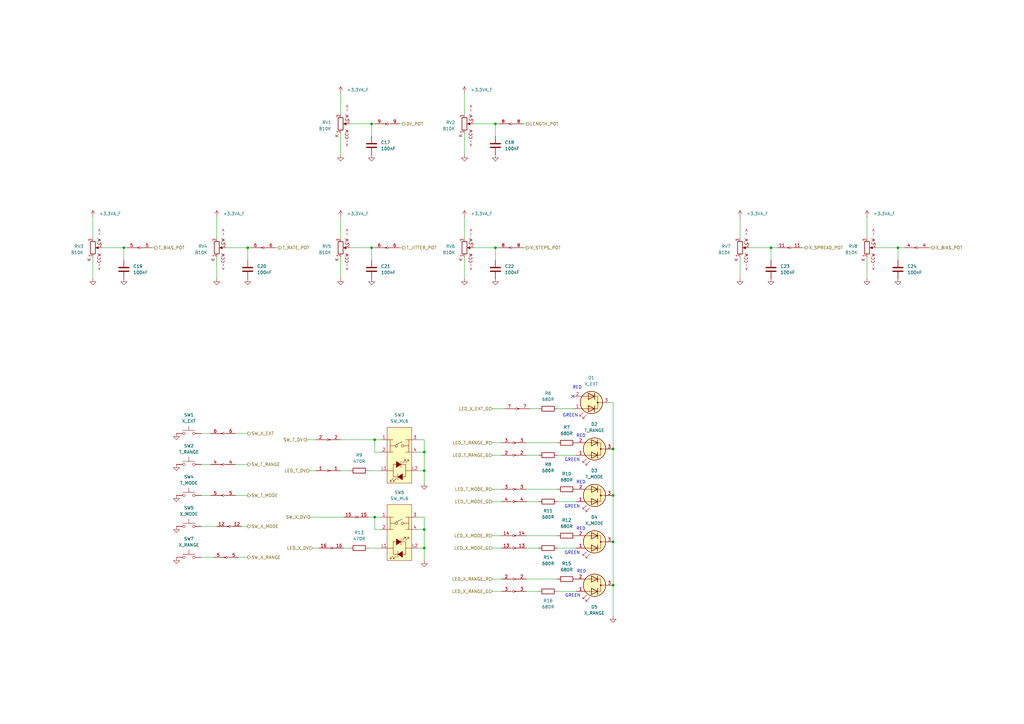
<source format=kicad_sch>
(kicad_sch (version 20250114) (generator "eeschema") (generator_version "9.0")
  (paper "A3")
  (lib_symbols
    (symbol "Device:C" (pin_numbers (hide yes)) (pin_names (offset 0.254))
      (property "Reference" "C" (at 0.635 2.54 0))
      (property "Value" "C" (at 0.635 -2.54 0))
      (symbol "C_1_1"
        (pin passive line (at 0 3.81 270) (length 2.794) (name "~") (number "1"))
        (pin passive line (at 0 -3.81 90) (length 2.794) (name "~") (number "2"))
      )
    )
    (symbol "Device:LED_Dual_AAK" (pin_names (offset 0) (hide yes))
      (property "Reference" "D" (at 0 5.715 0))
      (property "Value" "LED_Dual_AAK" (at 0 -6.35 0))
      (symbol "LED_Dual_AAK_1_1"
        (pin input line (at -7.62 0 0) (length 3.048) (name "K") (number "3"))
        (pin input line (at 7.62 2.54 180) (length 3.81) (name "A1") (number "1"))
        (pin input line (at 7.62 -2.54 180) (length 3.81) (name "A2") (number "2"))
      )
    )
    (symbol "Device:R" (pin_numbers (hide yes)) (pin_names (offset 0))
      (property "Reference" "R" (at 2.032 0 90))
      (property "Value" "R" (at 0 0 90))
      (symbol "R_1_1"
        (pin passive line (at 0 3.81 270) (length 1.27) (name "~") (number "1"))
        (pin passive line (at 0 -3.81 90) (length 1.27) (name "~") (number "2"))
      )
    )
    (symbol "Switch:SW_Push" (pin_numbers (hide yes)) (pin_names (offset 1.016) (hide yes))
      (property "Reference" "SW" (at 1.27 2.54 0))
      (property "Value" "SW_Push" (at 0 -1.524 0))
      (symbol "SW_Push_0_1"
        (pin passive line (at -5.08 0 0) (length 2.54) (name "1") (number "1"))
        (pin passive line (at 5.08 0 180) (length 2.54) (name "2") (number "2"))
      )
    )
    (symbol "power:+3.3VA" (power) (pin_numbers (hide yes)) (pin_names (offset 0) (hide yes))
      (property "Value" "+3.3VA" (at 0 3.556 0))
      (symbol "+3.3VA_1_1"
        (pin power_in line (at 0 0 90) (length 0) (name "~") (number "1"))
      )
    )
    (symbol "power:GND" (power) (pin_numbers (hide yes)) (pin_names (offset 0) (hide yes))
      (property "Value" "GND" (at 0 -3.81 0))
      (symbol "GND_1_1"
        (pin power_in line (at 0 0 270) (length 0) (name "~") (number "1"))
      )
    )
    (symbol "synth:Conn_01x16_Pin" (pin_names (offset 1.016) (hide yes))
      (property "Reference" "XP" (at 0 2.54 0))
      (property "Value" "Conn_01x16_Pin" (at 0 -2.54 0))
      (symbol "Conn_01x16_Pin_1_1"
        (pin passive line (at 5.08 0 180) (length 3.81) (name "Pin_1") (number "1"))
      )
      (symbol "Conn_01x16_Pin_2_1"
        (pin passive line (at 5.08 0 180) (length 3.81) (name "Pin_2") (number "2"))
      )
      (symbol "Conn_01x16_Pin_3_1"
        (pin passive line (at 5.08 0 180) (length 3.81) (name "Pin_3") (number "3"))
      )
      (symbol "Conn_01x16_Pin_4_1"
        (pin passive line (at 5.08 0 180) (length 3.81) (name "Pin_4") (number "4"))
      )
      (symbol "Conn_01x16_Pin_5_1"
        (pin passive line (at 5.08 0 180) (length 3.81) (name "Pin_5") (number "5"))
      )
      (symbol "Conn_01x16_Pin_6_1"
        (pin passive line (at 5.08 0 180) (length 3.81) (name "Pin_6") (number "6"))
      )
      (symbol "Conn_01x16_Pin_7_1"
        (pin passive line (at 5.08 0 180) (length 3.81) (name "Pin_7") (number "7"))
      )
      (symbol "Conn_01x16_Pin_8_1"
        (pin passive line (at 5.08 0 180) (length 3.81) (name "Pin_8") (number "8"))
      )
      (symbol "Conn_01x16_Pin_9_1"
        (pin passive line (at 5.08 0 180) (length 3.81) (name "Pin_9") (number "9"))
      )
      (symbol "Conn_01x16_Pin_10_1"
        (pin passive line (at 5.08 0 180) (length 3.81) (name "Pin_10") (number "10"))
      )
      (symbol "Conn_01x16_Pin_11_1"
        (pin passive line (at 5.08 0 180) (length 3.81) (name "Pin_11") (number "11"))
      )
      (symbol "Conn_01x16_Pin_12_1"
        (pin passive line (at 5.08 0 180) (length 3.81) (name "Pin_12") (number "12"))
      )
      (symbol "Conn_01x16_Pin_13_1"
        (pin passive line (at 5.08 0 180) (length 3.81) (name "Pin_13") (number "13"))
      )
      (symbol "Conn_01x16_Pin_14_1"
        (pin passive line (at 5.08 0 180) (length 3.81) (name "Pin_14") (number "14"))
      )
      (symbol "Conn_01x16_Pin_15_1"
        (pin passive line (at 5.08 0 180) (length 3.81) (name "Pin_15") (number "15"))
      )
      (symbol "Conn_01x16_Pin_16_1"
        (pin passive line (at 5.08 0 180) (length 3.81) (name "Pin_16") (number "16"))
      )
    )
    (symbol "synth:Conn_01x16_Socket" (pin_names (offset 1.016) (hide yes))
      (property "Reference" "XP" (at 0 2.54 0))
      (property "Value" "Conn_01x16_Socket" (at 0 -2.54 0))
      (symbol "Conn_01x16_Socket_1_1"
        (pin passive line (at -5.08 0 0) (length 3.81) (name "Pin_1") (number "1"))
      )
      (symbol "Conn_01x16_Socket_2_1"
        (pin passive line (at -5.08 0 0) (length 3.81) (name "Pin_2") (number "2"))
      )
      (symbol "Conn_01x16_Socket_3_1"
        (pin passive line (at -5.08 0 0) (length 3.81) (name "Pin_3") (number "3"))
      )
      (symbol "Conn_01x16_Socket_4_1"
        (pin passive line (at -5.08 0 0) (length 3.81) (name "Pin_4") (number "4"))
      )
      (symbol "Conn_01x16_Socket_5_1"
        (pin passive line (at -5.08 0 0) (length 3.81) (name "Pin_5") (number "5"))
      )
      (symbol "Conn_01x16_Socket_6_1"
        (pin passive line (at -5.08 0 0) (length 3.81) (name "Pin_6") (number "6"))
      )
      (symbol "Conn_01x16_Socket_7_1"
        (pin passive line (at -5.08 0 0) (length 3.81) (name "Pin_7") (number "7"))
      )
      (symbol "Conn_01x16_Socket_8_1"
        (pin passive line (at -5.08 0 0) (length 3.81) (name "Pin_8") (number "8"))
      )
      (symbol "Conn_01x16_Socket_9_1"
        (pin passive line (at -5.08 0 0) (length 3.81) (name "Pin_9") (number "9"))
      )
      (symbol "Conn_01x16_Socket_10_1"
        (pin passive line (at -5.08 0 0) (length 3.81) (name "Pin_10") (number "10"))
      )
      (symbol "Conn_01x16_Socket_11_1"
        (pin passive line (at -5.08 0 0) (length 3.81) (name "Pin_11") (number "11"))
      )
      (symbol "Conn_01x16_Socket_12_1"
        (pin passive line (at -5.08 0 0) (length 3.81) (name "Pin_12") (number "12"))
      )
      (symbol "Conn_01x16_Socket_13_1"
        (pin passive line (at -5.08 0 0) (length 3.81) (name "Pin_13") (number "13"))
      )
      (symbol "Conn_01x16_Socket_14_1"
        (pin passive line (at -5.08 0 0) (length 3.81) (name "Pin_14") (number "14"))
      )
      (symbol "Conn_01x16_Socket_15_1"
        (pin passive line (at -5.08 0 0) (length 3.81) (name "Pin_15") (number "15"))
      )
      (symbol "Conn_01x16_Socket_16_1"
        (pin passive line (at -5.08 0 0) (length 3.81) (name "Pin_16") (number "16"))
      )
    )
    (symbol "synth:R_Potentiometer (P0915N)" (pin_names (offset 1.016) (hide yes))
      (property "Reference" "RV" (at 0 6.604 0))
      (property "Value" "R_Potentiometer" (at 0 4.318 0))
      (symbol "R_Potentiometer (P0915N)_1_1"
        (text "<-CCW" (at -5.842 -2.54 0) (effects (font (size 1.27 1.27))))
        (text "K" (at -4.826 1.524 0) (effects (font (size 1.27 1.27))))
        (text "CW ->" (at 4.572 -2.54 0) (effects (font (size 1.27 1.27))))
        (pin passive line (at -3.81 0 0) (length 1.27) (name "1") (number "1"))
        (pin passive line (at 0 -3.81 90) (length 1.27) (name "2") (number "2"))
        (pin passive line (at 3.81 0 180) (length 1.27) (name "3") (number "3"))
      )
    )
    (symbol "synth:SW_ML6" (pin_names (offset 1.016) (hide yes))
      (property "Reference" "SW" (at 0 16.256 0))
      (property "Value" "SW_ML6" (at 0 -8.89 0))
      (symbol "SW_ML6_0_1"
        (pin passive line (at -7.62 10.16 0) (length 2.54) (name "1") (number "1"))
        (pin passive line (at 7.62 5.08 180) (length 2.54) (name "A") (number "4"))
      )
      (symbol "SW_ML6_1_1"
        (pin passive line (at -7.62 5.08 0) (length 2.54) (name "2") (number "2"))
        (pin passive line (at -7.62 -2.54 0) (length 2.54) (name "L1") (number "L1"))
        (pin passive line (at 7.62 10.16 180) (length 2.54) (name "3") (number "3"))
        (pin passive line (at 7.62 -2.54 180) (length 2.54) (name "L2") (number "L2"))
      )
    )
  )
  (text "GREEN" (at 234.95 244.348 0) (effects (font (size 1.27 1.27))))
  (text "RED" (at 238.252 178.816 0) (effects (font (size 1.27 1.27))))
  (text "RED" (at 238.252 216.916 0) (effects (font (size 1.27 1.27))))
  (text "GREEN" (at 234.696 188.722 0) (effects (font (size 1.27 1.27))))
  (text "RED" (at 236.728 159.004 0) (effects (font (size 1.27 1.27))))
  (text "RED" (at 238.252 197.866 0) (effects (font (size 1.27 1.27))))
  (text "GREEN" (at 234.696 226.822 0) (effects (font (size 1.27 1.27))))
  (text "RED" (at 238.506 234.442 0) (effects (font (size 1.27 1.27))))
  (text "GREEN" (at 233.934 170.434 0) (effects (font (size 1.27 1.27))))
  (text "GREEN" (at 234.696 207.772 0) (effects (font (size 1.27 1.27))))
  (junction (at 173.99 185.42))
  (junction (at 152.4 50.8))
  (junction (at 251.46 203.2))
  (junction (at 203.2 50.8))
  (junction (at 316.23 101.6))
  (junction (at 251.46 222.25))
  (junction (at 50.8 101.6))
  (junction (at 173.99 193.04))
  (junction (at 251.46 184.15))
  (junction (at 152.4 101.6))
  (junction (at 368.3 101.6))
  (junction (at 251.46 240.03))
  (junction (at 153.67 180.34))
  (junction (at 203.2 101.6))
  (junction (at 173.99 224.79))
  (junction (at 101.6 101.6))
  (junction (at 173.99 217.17))
  (junction (at 153.67 212.09))
  (no_connect (at 234.95 162.56))
  (wire (pts (xy 151.13 193.04) (xy 156.21 193.04)))
  (wire (pts (xy 228.6 167.64) (xy 234.95 167.64)))
  (wire (pts (xy 153.67 185.42) (xy 153.67 180.34)))
  (wire (pts (xy 128.27 224.79) (xy 130.81 224.79)))
  (wire (pts (xy 151.13 212.09) (xy 153.67 212.09)))
  (wire (pts (xy 52.07 101.6) (xy 50.8 101.6)))
  (wire (pts (xy 215.9 186.69) (xy 220.98 186.69)))
  (wire (pts (xy 368.3 101.6) (xy 368.3 106.68)))
  (wire (pts (xy 303.53 114.3) (xy 303.53 105.41)))
  (wire (pts (xy 215.9 242.57) (xy 220.98 242.57)))
  (wire (pts (xy 190.5 114.3) (xy 190.5 105.41)))
  (wire (pts (xy 171.45 193.04) (xy 173.99 193.04)))
  (wire (pts (xy 201.93 205.74) (xy 205.74 205.74)))
  (wire (pts (xy 88.9 88.9) (xy 88.9 97.79)))
  (wire (pts (xy 101.6 177.8) (xy 96.52 177.8)))
  (wire (pts (xy 190.5 88.9) (xy 190.5 97.79)))
  (wire (pts (xy 173.99 193.04) (xy 173.99 185.42)))
  (wire (pts (xy 201.93 167.64) (xy 207.01 167.64)))
  (wire (pts (xy 87.63 228.6) (xy 82.55 228.6)))
  (wire (pts (xy 355.6 88.9) (xy 355.6 97.79)))
  (wire (pts (xy 307.34 101.6) (xy 316.23 101.6)))
  (wire (pts (xy 173.99 229.87) (xy 173.99 224.79)))
  (wire (pts (xy 204.47 101.6) (xy 203.2 101.6)))
  (wire (pts (xy 86.36 203.2) (xy 82.55 203.2)))
  (wire (pts (xy 152.4 50.8) (xy 152.4 55.88)))
  (wire (pts (xy 127 193.04) (xy 129.54 193.04)))
  (wire (pts (xy 173.99 212.09) (xy 171.45 212.09)))
  (wire (pts (xy 173.99 198.12) (xy 173.99 193.04)))
  (wire (pts (xy 125.73 180.34) (xy 129.54 180.34)))
  (wire (pts (xy 217.17 167.64) (xy 220.98 167.64)))
  (wire (pts (xy 139.7 88.9) (xy 139.7 97.79)))
  (wire (pts (xy 251.46 252.73) (xy 251.46 240.03)))
  (wire (pts (xy 140.97 224.79) (xy 143.51 224.79)))
  (wire (pts (xy 251.46 222.25) (xy 251.46 240.03)))
  (wire (pts (xy 201.93 237.49) (xy 205.74 237.49)))
  (wire (pts (xy 173.99 224.79) (xy 173.99 217.17)))
  (wire (pts (xy 228.6 186.69) (xy 236.22 186.69)))
  (wire (pts (xy 101.6 101.6) (xy 101.6 106.68)))
  (wire (pts (xy 153.67 101.6) (xy 152.4 101.6)))
  (wire (pts (xy 215.9 205.74) (xy 220.98 205.74)))
  (wire (pts (xy 215.9 219.71) (xy 228.6 219.71)))
  (wire (pts (xy 250.19 165.1) (xy 251.46 165.1)))
  (wire (pts (xy 153.67 212.09) (xy 156.21 212.09)))
  (wire (pts (xy 359.41 101.6) (xy 368.3 101.6)))
  (wire (pts (xy 173.99 217.17) (xy 173.99 212.09)))
  (wire (pts (xy 101.6 203.2) (xy 96.52 203.2)))
  (wire (pts (xy 171.45 217.17) (xy 173.99 217.17)))
  (wire (pts (xy 139.7 114.3) (xy 139.7 105.41)))
  (wire (pts (xy 201.93 181.61) (xy 205.74 181.61)))
  (wire (pts (xy 63.5 101.6) (xy 62.23 101.6)))
  (wire (pts (xy 38.1 88.9) (xy 38.1 97.79)))
  (wire (pts (xy 228.6 224.79) (xy 236.22 224.79)))
  (wire (pts (xy 86.36 190.5) (xy 82.55 190.5)))
  (wire (pts (xy 330.2 101.6) (xy 328.93 101.6)))
  (wire (pts (xy 201.93 242.57) (xy 205.74 242.57)))
  (wire (pts (xy 143.51 50.8) (xy 152.4 50.8)))
  (wire (pts (xy 251.46 165.1) (xy 251.46 184.15)))
  (wire (pts (xy 139.7 193.04) (xy 143.51 193.04)))
  (wire (pts (xy 153.67 217.17) (xy 153.67 212.09)))
  (wire (pts (xy 201.93 224.79) (xy 205.74 224.79)))
  (wire (pts (xy 171.45 185.42) (xy 173.99 185.42)))
  (wire (pts (xy 201.93 186.69) (xy 205.74 186.69)))
  (wire (pts (xy 101.6 190.5) (xy 96.52 190.5)))
  (wire (pts (xy 165.1 50.8) (xy 163.83 50.8)))
  (wire (pts (xy 152.4 101.6) (xy 152.4 106.68)))
  (wire (pts (xy 50.8 101.6) (xy 50.8 106.68)))
  (wire (pts (xy 215.9 50.8) (xy 214.63 50.8)))
  (wire (pts (xy 86.36 177.8) (xy 82.55 177.8)))
  (wire (pts (xy 215.9 224.79) (xy 220.98 224.79)))
  (wire (pts (xy 102.87 101.6) (xy 101.6 101.6)))
  (wire (pts (xy 190.5 63.5) (xy 190.5 54.61)))
  (wire (pts (xy 165.1 101.6) (xy 163.83 101.6)))
  (wire (pts (xy 190.5 38.1) (xy 190.5 46.99)))
  (wire (pts (xy 194.31 101.6) (xy 203.2 101.6)))
  (wire (pts (xy 88.9 114.3) (xy 88.9 105.41)))
  (wire (pts (xy 156.21 185.42) (xy 153.67 185.42)))
  (wire (pts (xy 151.13 224.79) (xy 156.21 224.79)))
  (wire (pts (xy 101.6 215.9) (xy 99.06 215.9)))
  (wire (pts (xy 139.7 180.34) (xy 153.67 180.34)))
  (wire (pts (xy 127 212.09) (xy 140.97 212.09)))
  (wire (pts (xy 38.1 114.3) (xy 38.1 105.41)))
  (wire (pts (xy 228.6 242.57) (xy 236.22 242.57)))
  (wire (pts (xy 201.93 219.71) (xy 205.74 219.71)))
  (wire (pts (xy 173.99 180.34) (xy 171.45 180.34)))
  (wire (pts (xy 156.21 217.17) (xy 153.67 217.17)))
  (wire (pts (xy 41.91 101.6) (xy 50.8 101.6)))
  (wire (pts (xy 355.6 114.3) (xy 355.6 105.41)))
  (wire (pts (xy 215.9 237.49) (xy 228.6 237.49)))
  (wire (pts (xy 114.3 101.6) (xy 113.03 101.6)))
  (wire (pts (xy 101.6 228.6) (xy 97.79 228.6)))
  (wire (pts (xy 228.6 205.74) (xy 236.22 205.74)))
  (wire (pts (xy 215.9 181.61) (xy 228.6 181.61)))
  (wire (pts (xy 251.46 184.15) (xy 251.46 203.2)))
  (wire (pts (xy 143.51 101.6) (xy 152.4 101.6)))
  (wire (pts (xy 92.71 101.6) (xy 101.6 101.6)))
  (wire (pts (xy 370.84 101.6) (xy 368.3 101.6)))
  (wire (pts (xy 316.23 101.6) (xy 316.23 106.68)))
  (wire (pts (xy 204.47 50.8) (xy 203.2 50.8)))
  (wire (pts (xy 88.9 215.9) (xy 82.55 215.9)))
  (wire (pts (xy 382.27 101.6) (xy 381 101.6)))
  (wire (pts (xy 171.45 224.79) (xy 173.99 224.79)))
  (wire (pts (xy 139.7 63.5) (xy 139.7 54.61)))
  (wire (pts (xy 303.53 88.9) (xy 303.53 97.79)))
  (wire (pts (xy 139.7 38.1) (xy 139.7 46.99)))
  (wire (pts (xy 153.67 50.8) (xy 152.4 50.8)))
  (wire (pts (xy 201.93 200.66) (xy 205.74 200.66)))
  (wire (pts (xy 153.67 180.34) (xy 156.21 180.34)))
  (wire (pts (xy 194.31 50.8) (xy 203.2 50.8)))
  (wire (pts (xy 203.2 101.6) (xy 203.2 106.68)))
  (wire (pts (xy 318.77 101.6) (xy 316.23 101.6)))
  (wire (pts (xy 215.9 200.66) (xy 228.6 200.66)))
  (wire (pts (xy 203.2 50.8) (xy 203.2 55.88)))
  (wire (pts (xy 215.9 101.6) (xy 214.63 101.6)))
  (wire (pts (xy 173.99 185.42) (xy 173.99 180.34)))
  (wire (pts (xy 251.46 203.2) (xy 251.46 222.25)))
  (hierarchical_label "LED_X_RANGE_R" (shape input) (at 201.93 237.49 180))
  (hierarchical_label "LED_T_MODE_G" (shape input) (at 201.93 205.74 180))
  (hierarchical_label "X_STEPS_POT" (shape output) (at 215.9 101.6 0))
  (hierarchical_label "LENGTH_POT" (shape output) (at 215.9 50.8 0))
  (hierarchical_label "T_RATE_POT" (shape output) (at 114.3 101.6 0))
  (hierarchical_label "LED_T_MODE_R" (shape input) (at 201.93 200.66 180))
  (hierarchical_label "T_BIAS_POT" (shape output) (at 63.5 101.6 0))
  (hierarchical_label "LED_X_MODE_G" (shape input) (at 201.93 224.79 180))
  (hierarchical_label "SW_X_EXT" (shape output) (at 101.6 177.8 0))
  (hierarchical_label "LED_T_RANGE_R" (shape input) (at 201.93 181.61 180))
  (hierarchical_label "LED_X_DV" (shape input) (at 128.27 224.79 180))
  (hierarchical_label "LED_X_RANGE_G" (shape input) (at 201.93 242.57 180))
  (hierarchical_label "T_JITTER_POT" (shape output) (at 165.1 101.6 0))
  (hierarchical_label "X_BIAS_POT" (shape output) (at 382.27 101.6 0))
  (hierarchical_label "SW_T_RANGE" (shape output) (at 101.6 190.5 0))
  (hierarchical_label "SW_T_MODE" (shape output) (at 101.6 203.2 0))
  (hierarchical_label "SW_X_DV" (shape output) (at 127 212.09 180))
  (hierarchical_label "LED_T_DV" (shape input) (at 127 193.04 180))
  (hierarchical_label "LED_T_RANGE_G" (shape input) (at 201.93 186.69 180))
  (hierarchical_label "SW_X_MODE" (shape output) (at 101.6 215.9 0))
  (hierarchical_label "SW_T_DV" (shape output) (at 125.73 180.34 180))
  (hierarchical_label "DV_POT" (shape output) (at 165.1 50.8 0))
  (hierarchical_label "SW_X_RANGE" (shape output) (at 101.6 228.6 0))
  (hierarchical_label "X_SPREAD_POT" (shape output) (at 330.2 101.6 0))
  (hierarchical_label "LED_X_EXT_G" (shape input) (at 201.93 167.64 180))
  (hierarchical_label "LED_X_MODE_R" (shape input) (at 201.93 219.71 180))
  (symbol (lib_id "synth:R_Potentiometer (P0915N)") (at 190.5 50.8 90) (unit 1)
    (property "Reference" "RV2" (at 186.69 50.2405 90) (effects (justify left)))
    (property "Value" "B10K" (at 186.69 52.7805 90) (effects (justify left)))
    (property "Footprint" "Synth:Potentiometer_TT_P0915N" (effects (hide yes)))
    (property "Description" "Potentiometer" (effects (hide yes)))
  )
  (symbol (lib_id "power:GND") (at 190.5 114.3 0) (unit 1)
    (property "Reference" "#PWR0249" (effects (hide yes)))
    (property "Value" "GND" (effects (hide yes)))
    (property "Description" "Power symbol creates a global label with name \"GND\" , ground" (effects (hide yes)))
  )
  (symbol (lib_id "synth:Conn_01x16_Socket") (at 209.55 50.8 180) (unit 8)
    (property "Reference" "XP8" (effects (hide yes)))
    (property "Value" "Conn_01x16_Socket" (effects (hide yes)))
    (property "Footprint" "Connector_PinSocket_2.54mm:PinSocket_1x16_P2.54mm_Vertical" (effects (hide yes)))
    (property "Description" "Generic connector, single row, 01x01" (effects (hide yes)))
  )
  (symbol (lib_id "synth:Conn_01x16_Pin") (at 91.44 203.2 180) (unit 5)
    (property "Reference" "XP7" (effects (hide yes)))
    (property "Value" "Conn_01x16_Pin" (effects (hide yes)))
    (property "Footprint" "Connector_PinHeader_2.54mm:PinHeader_1x16_P2.54mm_Vertical" (effects (hide yes)))
    (property "Description" "Generic connector, single row, 01x16" (effects (hide yes)))
  )
  (symbol (lib_id "Device:LED_Dual_AAK") (at 243.84 203.2 180) (unit 1)
    (property "Reference" "D3" (at 243.7765 193.04 0))
    (property "Value" "T_MODE" (at 243.7765 195.58 0))
    (property "Footprint" "Synth:LED_D3.0mm-3_Dual" (effects (hide yes)))
    (property "Description" "Dual LED, common cathode on pin 3" (effects (hide yes)))
  )
  (symbol (lib_id "power:GND") (at 72.39 177.8 0) (unit 1)
    (property "Reference" "#PWR0246" (effects (hide yes)))
    (property "Value" "GND" (effects (hide yes)))
    (property "Description" "Power symbol creates a global label with name \"GND\" , ground" (effects (hide yes)))
  )
  (symbol (lib_id "power:GND") (at 152.4 114.3 0) (unit 1)
    (property "Reference" "#PWR0195" (effects (hide yes)))
    (property "Value" "GND" (effects (hide yes)))
    (property "Description" "Power symbol creates a global label with name \"GND\" , ground" (effects (hide yes)))
  )
  (symbol (lib_id "Device:C") (at 203.2 59.69 180) (unit 1)
    (property "Reference" "C18" (at 207.01 58.4199 0) (effects (justify right)))
    (property "Value" "100nF" (at 207.01 60.9599 0) (effects (justify right)))
    (property "Footprint" "Capacitor_SMD:C_0805_2012Metric_Pad1.18x1.45mm_HandSolder" (effects (hide yes)))
    (property "Description" "Unpolarized capacitor" (effects (hide yes)))
  )
  (symbol (lib_id "synth:Conn_01x16_Pin") (at 134.62 180.34 0) (unit 2)
    (property "Reference" "XP7" (effects (hide yes)))
    (property "Value" "Conn_01x16_Pin" (effects (hide yes)))
    (property "Footprint" "Connector_PinHeader_2.54mm:PinHeader_1x16_P2.54mm_Vertical" (effects (hide yes)))
    (property "Description" "Generic connector, single row, 01x16" (effects (hide yes)))
  )
  (symbol (lib_id "Switch:SW_Push") (at 77.47 177.8 0) (unit 1)
    (property "Reference" "SW1" (at 77.47 170.18 0))
    (property "Value" "X_EXT" (at 77.47 172.72 0))
    (property "Footprint" "Synth:SW_PUSH_6mm" (effects (hide yes)))
    (property "Description" "Push button switch, generic, two pins" (effects (hide yes)))
  )
  (symbol (lib_id "synth:Conn_01x16_Socket") (at 209.55 101.6 180) (unit 8)
    (property "Reference" "XP3" (effects (hide yes)))
    (property "Value" "Conn_01x16_Socket" (effects (hide yes)))
    (property "Footprint" "Connector_PinSocket_2.54mm:PinSocket_1x16_P2.54mm_Vertical" (effects (hide yes)))
    (property "Description" "Generic connector, single row, 01x01" (effects (hide yes)))
  )
  (symbol (lib_id "synth:Conn_01x16_Pin") (at 209.55 50.8 180) (unit 8)
    (property "Reference" "XP7" (effects (hide yes)))
    (property "Value" "Conn_01x16_Pin" (effects (hide yes)))
    (property "Footprint" "Connector_PinHeader_2.54mm:PinHeader_1x16_P2.54mm_Vertical" (effects (hide yes)))
    (property "Description" "Generic connector, single row, 01x16" (effects (hide yes)))
  )
  (symbol (lib_id "Device:R") (at 147.32 224.79 270) (unit 1)
    (property "Reference" "R13" (at 147.32 218.44 90))
    (property "Value" "470R" (at 147.32 220.98 90))
    (property "Footprint" "Resistor_SMD:R_0805_2012Metric_Pad1.20x1.40mm_HandSolder" (effects (hide yes)))
    (property "Description" "Resistor" (effects (hide yes)))
  )
  (symbol (lib_id "synth:Conn_01x16_Pin") (at 134.62 193.04 0) (unit 1)
    (property "Reference" "XP7" (effects (hide yes)))
    (property "Value" "Conn_01x16_Pin" (effects (hide yes)))
    (property "Footprint" "Connector_PinHeader_2.54mm:PinHeader_1x16_P2.54mm_Vertical" (effects (hide yes)))
    (property "Description" "Generic connector, single row, 01x16" (effects (hide yes)))
  )
  (symbol (lib_id "Device:R") (at 224.79 224.79 90) (unit 1)
    (property "Reference" "R14" (at 224.79 228.6 90))
    (property "Value" "680R" (at 224.79 231.14 90))
    (property "Footprint" "Resistor_SMD:R_0805_2012Metric_Pad1.20x1.40mm_HandSolder" (effects (hide yes)))
    (property "Description" "Resistor" (effects (hide yes)))
  )
  (symbol (lib_id "synth:Conn_01x16_Socket") (at 57.15 101.6 180) (unit 5)
    (property "Reference" "XP1" (effects (hide yes)))
    (property "Value" "Conn_01x16_Socket" (effects (hide yes)))
    (property "Footprint" "Connector_PinSocket_2.54mm:PinSocket_1x16_P2.54mm_Vertical" (effects (hide yes)))
    (property "Description" "Generic connector, single row, 01x01" (effects (hide yes)))
  )
  (symbol (lib_id "synth:R_Potentiometer (P0915N)") (at 38.1 101.6 90) (unit 1)
    (property "Reference" "RV3" (at 34.29 101.0405 90) (effects (justify left)))
    (property "Value" "B10K" (at 34.29 103.5805 90) (effects (justify left)))
    (property "Footprint" "Synth:Potentiometer_TT_P0915N" (effects (hide yes)))
    (property "Description" "Potentiometer" (effects (hide yes)))
  )
  (symbol (lib_id "synth:R_Potentiometer (P0915N)") (at 88.9 101.6 90) (unit 1)
    (property "Reference" "RV4" (at 85.09 101.0405 90) (effects (justify left)))
    (property "Value" "B10K" (at 85.09 103.5805 90) (effects (justify left)))
    (property "Footprint" "Synth:Potentiometer_TT_P0915N" (effects (hide yes)))
    (property "Description" "Potentiometer" (effects (hide yes)))
  )
  (symbol (lib_id "synth:R_Potentiometer (P0915N)") (at 355.6 101.6 90) (unit 1)
    (property "Reference" "RV8" (at 351.79 101.0405 90) (effects (justify left)))
    (property "Value" "B10K" (at 351.79 103.5805 90) (effects (justify left)))
    (property "Footprint" "Synth:Potentiometer_TT_P0915N" (effects (hide yes)))
    (property "Description" "Potentiometer" (effects (hide yes)))
  )
  (symbol (lib_id "synth:Conn_01x16_Socket") (at 323.85 101.6 180) (unit 11)
    (property "Reference" "XP8" (effects (hide yes)))
    (property "Value" "Conn_01x16_Socket" (effects (hide yes)))
    (property "Footprint" "Connector_PinSocket_2.54mm:PinSocket_1x16_P2.54mm_Vertical" (effects (hide yes)))
    (property "Description" "Generic connector, single row, 01x01" (effects (hide yes)))
  )
  (symbol (lib_id "synth:Conn_01x16_Pin") (at 210.82 219.71 0) (unit 14)
    (property "Reference" "XP7" (effects (hide yes)))
    (property "Value" "Conn_01x16_Pin" (effects (hide yes)))
    (property "Footprint" "Connector_PinHeader_2.54mm:PinHeader_1x16_P2.54mm_Vertical" (effects (hide yes)))
    (property "Description" "Generic connector, single row, 01x16" (effects (hide yes)))
  )
  (symbol (lib_id "synth:Conn_01x16_Socket") (at 375.92 101.6 180) (unit 4)
    (property "Reference" "XP3" (effects (hide yes)))
    (property "Value" "Conn_01x16_Socket" (effects (hide yes)))
    (property "Footprint" "Connector_PinSocket_2.54mm:PinSocket_1x16_P2.54mm_Vertical" (effects (hide yes)))
    (property "Description" "Generic connector, single row, 01x01" (effects (hide yes)))
  )
  (symbol (lib_id "synth:Conn_01x16_Pin") (at 212.09 167.64 0) (unit 7)
    (property "Reference" "XP4" (effects (hide yes)))
    (property "Value" "Conn_01x16_Pin" (effects (hide yes)))
    (property "Footprint" "Connector_PinHeader_2.54mm:PinHeader_1x16_P2.54mm_Vertical" (effects (hide yes)))
    (property "Description" "Generic connector, single row, 01x16" (effects (hide yes)))
  )
  (symbol (lib_id "Device:R") (at 232.41 200.66 90) (unit 1)
    (property "Reference" "R10" (at 232.41 194.31 90))
    (property "Value" "680R" (at 232.41 196.85 90))
    (property "Footprint" "Resistor_SMD:R_0805_2012Metric_Pad1.20x1.40mm_HandSolder" (effects (hide yes)))
    (property "Description" "Resistor" (effects (hide yes)))
  )
  (symbol (lib_id "Device:LED_Dual_AAK") (at 243.84 222.25 180) (unit 1)
    (property "Reference" "D4" (at 243.7765 212.09 0))
    (property "Value" "X_MODE" (at 243.7765 214.63 0))
    (property "Footprint" "Synth:LED_D3.0mm-3_Dual" (effects (hide yes)))
    (property "Description" "Dual LED, common cathode on pin 3" (effects (hide yes)))
  )
  (symbol (lib_id "synth:Conn_01x16_Socket") (at 210.82 181.61 0) (unit 3)
    (property "Reference" "XP1" (effects (hide yes)))
    (property "Value" "Conn_01x16_Socket" (effects (hide yes)))
    (property "Footprint" "Connector_PinSocket_2.54mm:PinSocket_1x16_P2.54mm_Vertical" (effects (hide yes)))
    (property "Description" "Generic connector, single row, 01x01" (effects (hide yes)))
  )
  (symbol (lib_id "Device:C") (at 203.2 110.49 180) (unit 1)
    (property "Reference" "C22" (at 207.01 109.2199 0) (effects (justify right)))
    (property "Value" "100nF" (at 207.01 111.7599 0) (effects (justify right)))
    (property "Footprint" "Capacitor_SMD:C_0805_2012Metric_Pad1.18x1.45mm_HandSolder" (effects (hide yes)))
    (property "Description" "Unpolarized capacitor" (effects (hide yes)))
  )
  (symbol (lib_id "Device:C") (at 316.23 110.49 180) (unit 1)
    (property "Reference" "C23" (at 320.04 109.2199 0) (effects (justify right)))
    (property "Value" "100nF" (at 320.04 111.7599 0) (effects (justify right)))
    (property "Footprint" "Capacitor_SMD:C_0805_2012Metric_Pad1.18x1.45mm_HandSolder" (effects (hide yes)))
    (property "Description" "Unpolarized capacitor" (effects (hide yes)))
  )
  (symbol (lib_id "Device:R") (at 232.41 237.49 90) (unit 1)
    (property "Reference" "R15" (at 232.41 231.14 90))
    (property "Value" "680R" (at 232.41 233.68 90))
    (property "Footprint" "Resistor_SMD:R_0805_2012Metric_Pad1.20x1.40mm_HandSolder" (effects (hide yes)))
    (property "Description" "Resistor" (effects (hide yes)))
  )
  (symbol (lib_id "power:GND") (at 355.6 114.3 0) (unit 1)
    (property "Reference" "#PWR0207" (effects (hide yes)))
    (property "Value" "GND" (effects (hide yes)))
    (property "Description" "Power symbol creates a global label with name \"GND\" , ground" (effects (hide yes)))
  )
  (symbol (lib_id "synth:Conn_01x16_Socket") (at 93.98 215.9 180) (unit 12)
    (property "Reference" "XP8" (effects (hide yes)))
    (property "Value" "Conn_01x16_Socket" (effects (hide yes)))
    (property "Footprint" "Connector_PinSocket_2.54mm:PinSocket_1x16_P2.54mm_Vertical" (effects (hide yes)))
    (property "Description" "Generic connector, single row, 01x01" (effects (hide yes)))
  )
  (symbol (lib_id "synth:Conn_01x16_Pin") (at 210.82 200.66 0) (unit 3)
    (property "Reference" "XP7" (effects (hide yes)))
    (property "Value" "Conn_01x16_Pin" (effects (hide yes)))
    (property "Footprint" "Connector_PinHeader_2.54mm:PinHeader_1x16_P2.54mm_Vertical" (effects (hide yes)))
    (property "Description" "Generic connector, single row, 01x16" (effects (hide yes)))
  )
  (symbol (lib_id "synth:Conn_01x16_Pin") (at 323.85 101.6 180) (unit 11)
    (property "Reference" "XP7" (effects (hide yes)))
    (property "Value" "Conn_01x16_Pin" (effects (hide yes)))
    (property "Footprint" "Connector_PinHeader_2.54mm:PinHeader_1x16_P2.54mm_Vertical" (effects (hide yes)))
    (property "Description" "Generic connector, single row, 01x16" (effects (hide yes)))
  )
  (symbol (lib_id "power:GND") (at 173.99 229.87 0) (unit 1)
    (property "Reference" "#PWR0211" (effects (hide yes)))
    (property "Value" "GND" (effects (hide yes)))
    (property "Description" "Power symbol creates a global label with name \"GND\" , ground" (effects (hide yes)))
  )
  (symbol (lib_id "Device:LED_Dual_AAK") (at 243.84 184.15 180) (unit 1)
    (property "Reference" "D2" (at 243.7765 173.99 0))
    (property "Value" "T_RANGE" (at 243.7765 176.53 0))
    (property "Footprint" "Synth:LED_D3.0mm-3_Dual_SM" (effects (hide yes)))
    (property "Description" "Dual LED, common cathode on pin 3" (effects (hide yes)))
  )
  (symbol (lib_id "synth:Conn_01x16_Socket") (at 91.44 190.5 180) (unit 4)
    (property "Reference" "XP1" (effects (hide yes)))
    (property "Value" "Conn_01x16_Socket" (effects (hide yes)))
    (property "Footprint" "Connector_PinSocket_2.54mm:PinSocket_1x16_P2.54mm_Vertical" (effects (hide yes)))
    (property "Description" "Generic connector, single row, 01x01" (effects (hide yes)))
  )
  (symbol (lib_id "Device:LED_Dual_AAK") (at 243.84 240.03 180) (unit 1)
    (property "Reference" "D5" (at 243.7765 248.92 0))
    (property "Value" "X_RANGE" (at 243.7765 251.46 0))
    (property "Footprint" "Synth:LED_D3.0mm-3_Dual_SM" (effects (hide yes)))
    (property "Description" "Dual LED, common cathode on pin 3" (effects (hide yes)))
  )
  (symbol (lib_id "power:GND") (at 38.1 114.3 0) (unit 1)
    (property "Reference" "#PWR0199" (effects (hide yes)))
    (property "Value" "GND" (effects (hide yes)))
    (property "Description" "Power symbol creates a global label with name \"GND\" , ground" (effects (hide yes)))
  )
  (symbol (lib_id "power:GND") (at 203.2 114.3 0) (unit 1)
    (property "Reference" "#PWR0250" (effects (hide yes)))
    (property "Value" "GND" (effects (hide yes)))
    (property "Description" "Power symbol creates a global label with name \"GND\" , ground" (effects (hide yes)))
  )
  (symbol (lib_id "power:GND") (at 303.53 114.3 0) (unit 1)
    (property "Reference" "#PWR0205" (effects (hide yes)))
    (property "Value" "GND" (effects (hide yes)))
    (property "Description" "Power symbol creates a global label with name \"GND\" , ground" (effects (hide yes)))
  )
  (symbol (lib_id "synth:Conn_01x16_Pin") (at 209.55 101.6 180) (unit 8)
    (property "Reference" "XP4" (effects (hide yes)))
    (property "Value" "Conn_01x16_Pin" (effects (hide yes)))
    (property "Footprint" "Connector_PinHeader_2.54mm:PinHeader_1x16_P2.54mm_Vertical" (effects (hide yes)))
    (property "Description" "Generic connector, single row, 01x16" (effects (hide yes)))
  )
  (symbol (lib_id "power:GND") (at 50.8 114.3 0) (unit 1)
    (property "Reference" "#PWR0200" (effects (hide yes)))
    (property "Value" "GND" (effects (hide yes)))
    (property "Description" "Power symbol creates a global label with name \"GND\" , ground" (effects (hide yes)))
  )
  (symbol (lib_id "synth:R_Potentiometer (P0915N)") (at 139.7 101.6 90) (unit 1)
    (property "Reference" "RV5" (at 135.89 101.0405 90) (effects (justify left)))
    (property "Value" "B10K" (at 135.89 103.5805 90) (effects (justify left)))
    (property "Footprint" "Synth:Potentiometer_TT_P0915N" (effects (hide yes)))
    (property "Description" "Potentiometer" (effects (hide yes)))
  )
  (symbol (lib_id "synth:Conn_01x16_Socket") (at 158.75 50.8 180) (unit 9)
    (property "Reference" "XP8" (effects (hide yes)))
    (property "Value" "Conn_01x16_Socket" (effects (hide yes)))
    (property "Footprint" "Connector_PinSocket_2.54mm:PinSocket_1x16_P2.54mm_Vertical" (effects (hide yes)))
    (property "Description" "Generic connector, single row, 01x01" (effects (hide yes)))
  )
  (symbol (lib_id "synth:Conn_01x16_Socket") (at 210.82 224.79 0) (unit 13)
    (property "Reference" "XP8" (effects (hide yes)))
    (property "Value" "Conn_01x16_Socket" (effects (hide yes)))
    (property "Footprint" "Connector_PinSocket_2.54mm:PinSocket_1x16_P2.54mm_Vertical" (effects (hide yes)))
    (property "Description" "Generic connector, single row, 01x01" (effects (hide yes)))
  )
  (symbol (lib_id "Switch:SW_Push") (at 77.47 215.9 0) (unit 1)
    (property "Reference" "SW5" (at 77.47 208.28 0))
    (property "Value" "X_MODE" (at 77.47 210.82 0))
    (property "Footprint" "Synth:SW_PUSH_6mm" (effects (hide yes)))
    (property "Description" "Push button switch, generic, two pins" (effects (hide yes)))
  )
  (symbol (lib_id "synth:R_Potentiometer (P0915N)") (at 190.5 101.6 90) (unit 1)
    (property "Reference" "RV6" (at 186.69 101.0405 90) (effects (justify left)))
    (property "Value" "B10K" (at 186.69 103.5805 90) (effects (justify left)))
    (property "Footprint" "Synth:Potentiometer_TT_P0915N" (effects (hide yes)))
    (property "Description" "Potentiometer" (effects (hide yes)))
  )
  (symbol (lib_id "power:+3.3VA") (at 303.53 88.9 0) (unit 1)
    (property "Reference" "#PWR058" (effects (hide yes)))
    (property "Value" "+3.3VA_F" (at 306.07 87.6299 0) (effects (justify left)))
    (property "Description" "Power symbol creates a global label with name \"+3.3VA\"" (effects (hide yes)))
  )
  (symbol (lib_id "power:GND") (at 190.5 63.5 0) (unit 1)
    (property "Reference" "#PWR0204" (effects (hide yes)))
    (property "Value" "GND" (effects (hide yes)))
    (property "Description" "Power symbol creates a global label with name \"GND\" , ground" (effects (hide yes)))
  )
  (symbol (lib_id "synth:Conn_01x16_Socket") (at 134.62 193.04 0) (unit 1)
    (property "Reference" "XP8" (effects (hide yes)))
    (property "Value" "Conn_01x16_Socket" (effects (hide yes)))
    (property "Footprint" "Connector_PinSocket_2.54mm:PinSocket_1x16_P2.54mm_Vertical" (effects (hide yes)))
    (property "Description" "Generic connector, single row, 01x01" (effects (hide yes)))
  )
  (symbol (lib_id "Device:C") (at 152.4 110.49 180) (unit 1)
    (property "Reference" "C21" (at 156.21 109.2199 0) (effects (justify right)))
    (property "Value" "100nF" (at 156.21 111.7599 0) (effects (justify right)))
    (property "Footprint" "Capacitor_SMD:C_0805_2012Metric_Pad1.18x1.45mm_HandSolder" (effects (hide yes)))
    (property "Description" "Unpolarized capacitor" (effects (hide yes)))
  )
  (symbol (lib_id "synth:R_Potentiometer (P0915N)") (at 139.7 50.8 90) (unit 1)
    (property "Reference" "RV1" (at 135.89 50.2405 90) (effects (justify left)))
    (property "Value" "B10K" (at 135.89 52.7805 90) (effects (justify left)))
    (property "Footprint" "Synth:Potentiometer_TT_P0915N" (effects (hide yes)))
    (property "Description" "Potentiometer" (effects (hide yes)))
  )
  (symbol (lib_id "synth:R_Potentiometer (P0915N)") (at 303.53 101.6 90) (unit 1)
    (property "Reference" "RV7" (at 299.72 101.0405 90) (effects (justify left)))
    (property "Value" "B10K" (at 299.72 103.5805 90) (effects (justify left)))
    (property "Footprint" "Synth:Potentiometer_TT_P0915N" (effects (hide yes)))
    (property "Description" "Potentiometer" (effects (hide yes)))
  )
  (symbol (lib_id "synth:Conn_01x16_Socket") (at 210.82 237.49 0) (unit 2)
    (property "Reference" "XP3" (effects (hide yes)))
    (property "Value" "Conn_01x16_Socket" (effects (hide yes)))
    (property "Footprint" "Connector_PinSocket_2.54mm:PinSocket_1x16_P2.54mm_Vertical" (effects (hide yes)))
    (property "Description" "Generic connector, single row, 01x01" (effects (hide yes)))
  )
  (symbol (lib_id "synth:Conn_01x16_Pin") (at 107.95 101.6 180) (unit 6)
    (property "Reference" "XP7" (effects (hide yes)))
    (property "Value" "Conn_01x16_Pin" (effects (hide yes)))
    (property "Footprint" "Connector_PinHeader_2.54mm:PinHeader_1x16_P2.54mm_Vertical" (effects (hide yes)))
    (property "Description" "Generic connector, single row, 01x16" (effects (hide yes)))
  )
  (symbol (lib_id "synth:SW_ML6") (at 163.83 222.25 0) (unit 1)
    (property "Reference" "SW6" (at 163.83 201.93 0))
    (property "Value" "SW_ML6" (at 163.83 204.47 0))
    (property "Footprint" "Synth:ML6-H2T2GQA" (effects (hide yes)))
  )
  (symbol (lib_id "synth:Conn_01x16_Socket") (at 91.44 203.2 180) (unit 5)
    (property "Reference" "XP8" (effects (hide yes)))
    (property "Value" "Conn_01x16_Socket" (effects (hide yes)))
    (property "Footprint" "Connector_PinSocket_2.54mm:PinSocket_1x16_P2.54mm_Vertical" (effects (hide yes)))
    (property "Description" "Generic connector, single row, 01x01" (effects (hide yes)))
  )
  (symbol (lib_id "power:GND") (at 368.3 114.3 0) (unit 1)
    (property "Reference" "#PWR0208" (effects (hide yes)))
    (property "Value" "GND" (effects (hide yes)))
    (property "Description" "Power symbol creates a global label with name \"GND\" , ground" (effects (hide yes)))
  )
  (symbol (lib_id "synth:Conn_01x16_Socket") (at 134.62 180.34 0) (unit 2)
    (property "Reference" "XP8" (effects (hide yes)))
    (property "Value" "Conn_01x16_Socket" (effects (hide yes)))
    (property "Footprint" "Connector_PinSocket_2.54mm:PinSocket_1x16_P2.54mm_Vertical" (effects (hide yes)))
    (property "Description" "Generic connector, single row, 01x01" (effects (hide yes)))
  )
  (symbol (lib_id "synth:Conn_01x16_Socket") (at 92.71 228.6 180) (unit 5)
    (property "Reference" "XP3" (effects (hide yes)))
    (property "Value" "Conn_01x16_Socket" (effects (hide yes)))
    (property "Footprint" "Connector_PinSocket_2.54mm:PinSocket_1x16_P2.54mm_Vertical" (effects (hide yes)))
    (property "Description" "Generic connector, single row, 01x01" (effects (hide yes)))
  )
  (symbol (lib_id "power:GND") (at 72.39 190.5 0) (unit 1)
    (property "Reference" "#PWR0212" (effects (hide yes)))
    (property "Value" "GND" (effects (hide yes)))
    (property "Description" "Power symbol creates a global label with name \"GND\" , ground" (effects (hide yes)))
  )
  (symbol (lib_id "power:+3.3VA") (at 88.9 88.9 0) (unit 1)
    (property "Reference" "#PWR055" (effects (hide yes)))
    (property "Value" "+3.3VA_F" (at 91.44 87.6299 0) (effects (justify left)))
    (property "Description" "Power symbol creates a global label with name \"+3.3VA\"" (effects (hide yes)))
  )
  (symbol (lib_id "synth:Conn_01x16_Socket") (at 212.09 167.64 0) (unit 7)
    (property "Reference" "XP3" (effects (hide yes)))
    (property "Value" "Conn_01x16_Socket" (effects (hide yes)))
    (property "Footprint" "Connector_PinSocket_2.54mm:PinSocket_1x16_P2.54mm_Vertical" (effects (hide yes)))
    (property "Description" "Generic connector, single row, 01x01" (effects (hide yes)))
  )
  (symbol (lib_id "synth:Conn_01x16_Socket") (at 210.82 186.69 0) (unit 2)
    (property "Reference" "XP1" (effects (hide yes)))
    (property "Value" "Conn_01x16_Socket" (effects (hide yes)))
    (property "Footprint" "Connector_PinSocket_2.54mm:PinSocket_1x16_P2.54mm_Vertical" (effects (hide yes)))
    (property "Description" "Generic connector, single row, 01x01" (effects (hide yes)))
  )
  (symbol (lib_id "Device:R") (at 224.79 186.69 90) (unit 1)
    (property "Reference" "R8" (at 224.79 190.5 90))
    (property "Value" "680R" (at 224.79 193.04 90))
    (property "Footprint" "Resistor_SMD:R_0805_2012Metric_Pad1.20x1.40mm_HandSolder" (effects (hide yes)))
    (property "Description" "Resistor" (effects (hide yes)))
  )
  (symbol (lib_id "synth:Conn_01x16_Pin") (at 91.44 177.8 180) (unit 6)
    (property "Reference" "XP4" (effects (hide yes)))
    (property "Value" "Conn_01x16_Pin" (effects (hide yes)))
    (property "Footprint" "Connector_PinHeader_2.54mm:PinHeader_1x16_P2.54mm_Vertical" (effects (hide yes)))
    (property "Description" "Generic connector, single row, 01x16" (effects (hide yes)))
  )
  (symbol (lib_id "synth:Conn_01x16_Pin") (at 92.71 228.6 180) (unit 5)
    (property "Reference" "XP4" (effects (hide yes)))
    (property "Value" "Conn_01x16_Pin" (effects (hide yes)))
    (property "Footprint" "Connector_PinHeader_2.54mm:PinHeader_1x16_P2.54mm_Vertical" (effects (hide yes)))
    (property "Description" "Generic connector, single row, 01x16" (effects (hide yes)))
  )
  (symbol (lib_id "synth:Conn_01x16_Pin") (at 93.98 215.9 180) (unit 12)
    (property "Reference" "XP7" (effects (hide yes)))
    (property "Value" "Conn_01x16_Pin" (effects (hide yes)))
    (property "Footprint" "Connector_PinHeader_2.54mm:PinHeader_1x16_P2.54mm_Vertical" (effects (hide yes)))
    (property "Description" "Generic connector, single row, 01x16" (effects (hide yes)))
  )
  (symbol (lib_id "synth:Conn_01x16_Socket") (at 146.05 212.09 0) (unit 15)
    (property "Reference" "XP8" (effects (hide yes)))
    (property "Value" "Conn_01x16_Socket" (effects (hide yes)))
    (property "Footprint" "Connector_PinSocket_2.54mm:PinSocket_1x16_P2.54mm_Vertical" (effects (hide yes)))
    (property "Description" "Generic connector, single row, 01x01" (effects (hide yes)))
  )
  (symbol (lib_id "synth:Conn_01x16_Pin") (at 158.75 50.8 180) (unit 9)
    (property "Reference" "XP7" (effects (hide yes)))
    (property "Value" "Conn_01x16_Pin" (effects (hide yes)))
    (property "Footprint" "Connector_PinHeader_2.54mm:PinHeader_1x16_P2.54mm_Vertical" (effects (hide yes)))
    (property "Description" "Generic connector, single row, 01x16" (effects (hide yes)))
  )
  (symbol (lib_id "power:GND") (at 72.39 215.9 0) (unit 1)
    (property "Reference" "#PWR0214" (effects (hide yes)))
    (property "Value" "GND" (effects (hide yes)))
    (property "Description" "Power symbol creates a global label with name \"GND\" , ground" (effects (hide yes)))
  )
  (symbol (lib_id "Device:C") (at 368.3 110.49 180) (unit 1)
    (property "Reference" "C24" (at 372.11 109.2199 0) (effects (justify right)))
    (property "Value" "100nF" (at 372.11 111.7599 0) (effects (justify right)))
    (property "Footprint" "Capacitor_SMD:C_0805_2012Metric_Pad1.18x1.45mm_HandSolder" (effects (hide yes)))
    (property "Description" "Unpolarized capacitor" (effects (hide yes)))
  )
  (symbol (lib_id "power:+3.3VA") (at 139.7 38.1 0) (unit 1)
    (property "Reference" "#PWR048" (effects (hide yes)))
    (property "Value" "+3.3VA_F" (at 142.24 36.8299 0) (effects (justify left)))
    (property "Description" "Power symbol creates a global label with name \"+3.3VA\"" (effects (hide yes)))
  )
  (symbol (lib_id "power:GND") (at 203.2 63.5 0) (unit 1)
    (property "Reference" "#PWR0203" (effects (hide yes)))
    (property "Value" "GND" (effects (hide yes)))
    (property "Description" "Power symbol creates a global label with name \"GND\" , ground" (effects (hide yes)))
  )
  (symbol (lib_id "power:GND") (at 139.7 63.5 0) (unit 1)
    (property "Reference" "#PWR0201" (effects (hide yes)))
    (property "Value" "GND" (effects (hide yes)))
    (property "Description" "Power symbol creates a global label with name \"GND\" , ground" (effects (hide yes)))
  )
  (symbol (lib_id "power:+3.3VA") (at 38.1 88.9 0) (unit 1)
    (property "Reference" "#PWR054" (effects (hide yes)))
    (property "Value" "+3.3VA_F" (at 40.64 87.6299 0) (effects (justify left)))
    (property "Description" "Power symbol creates a global label with name \"+3.3VA\"" (effects (hide yes)))
  )
  (symbol (lib_id "Device:LED_Dual_AAK") (at 242.57 165.1 180) (unit 1)
    (property "Reference" "D1" (at 242.5065 154.94 0))
    (property "Value" "X_EXT" (at 242.5065 157.48 0))
    (property "Footprint" "Synth:LED_D3.0mm-3_Dual" (effects (hide yes)))
    (property "Description" "Dual LED, common cathode on pin 3" (effects (hide yes)))
  )
  (symbol (lib_id "synth:Conn_01x16_Pin") (at 146.05 212.09 0) (unit 15)
    (property "Reference" "XP7" (effects (hide yes)))
    (property "Value" "Conn_01x16_Pin" (effects (hide yes)))
    (property "Footprint" "Connector_PinHeader_2.54mm:PinHeader_1x16_P2.54mm_Vertical" (effects (hide yes)))
    (property "Description" "Generic connector, single row, 01x16" (effects (hide yes)))
  )
  (symbol (lib_id "Switch:SW_Push") (at 77.47 190.5 0) (unit 1)
    (property "Reference" "SW2" (at 77.47 182.88 0))
    (property "Value" "T_RANGE" (at 77.47 185.42 0))
    (property "Footprint" "Synth:SW_PUSH_6mm" (effects (hide yes)))
    (property "Description" "Push button switch, generic, two pins" (effects (hide yes)))
  )
  (symbol (lib_id "power:+3.3VA") (at 190.5 88.9 0) (unit 1)
    (property "Reference" "#PWR057" (effects (hide yes)))
    (property "Value" "+3.3VA_F" (at 193.04 87.6299 0) (effects (justify left)))
    (property "Description" "Power symbol creates a global label with name \"+3.3VA\"" (effects (hide yes)))
  )
  (symbol (lib_id "power:+3.3VA") (at 139.7 88.9 0) (unit 1)
    (property "Reference" "#PWR056" (effects (hide yes)))
    (property "Value" "+3.3VA_F" (at 142.24 87.6299 0) (effects (justify left)))
    (property "Description" "Power symbol creates a global label with name \"+3.3VA\"" (effects (hide yes)))
  )
  (symbol (lib_id "synth:Conn_01x16_Pin") (at 210.82 181.61 0) (unit 3)
    (property "Reference" "XP2" (effects (hide yes)))
    (property "Value" "Conn_01x16_Pin" (effects (hide yes)))
    (property "Footprint" "Connector_PinHeader_2.54mm:PinHeader_1x16_P2.54mm_Vertical" (effects (hide yes)))
    (property "Description" "Generic connector, single row, 01x16" (effects (hide yes)))
  )
  (symbol (lib_id "Device:C") (at 152.4 59.69 180) (unit 1)
    (property "Reference" "C17" (at 156.21 58.4199 0) (effects (justify right)))
    (property "Value" "100nF" (at 156.21 60.9599 0) (effects (justify right)))
    (property "Footprint" "Capacitor_SMD:C_0805_2012Metric_Pad1.18x1.45mm_HandSolder" (effects (hide yes)))
    (property "Description" "Unpolarized capacitor" (effects (hide yes)))
  )
  (symbol (lib_id "Device:R") (at 224.79 167.64 90) (unit 1)
    (property "Reference" "R6" (at 224.79 161.29 90))
    (property "Value" "680R" (at 224.79 163.83 90))
    (property "Footprint" "Resistor_SMD:R_0805_2012Metric_Pad1.20x1.40mm_HandSolder" (effects (hide yes)))
    (property "Description" "Resistor" (effects (hide yes)))
  )
  (symbol (lib_id "power:GND") (at 152.4 63.5 0) (unit 1)
    (property "Reference" "#PWR0202" (effects (hide yes)))
    (property "Value" "GND" (effects (hide yes)))
    (property "Description" "Power symbol creates a global label with name \"GND\" , ground" (effects (hide yes)))
  )
  (symbol (lib_id "synth:Conn_01x16_Socket") (at 210.82 205.74 0) (unit 4)
    (property "Reference" "XP8" (effects (hide yes)))
    (property "Value" "Conn_01x16_Socket" (effects (hide yes)))
    (property "Footprint" "Connector_PinSocket_2.54mm:PinSocket_1x16_P2.54mm_Vertical" (effects (hide yes)))
    (property "Description" "Generic connector, single row, 01x01" (effects (hide yes)))
  )
  (symbol (lib_id "synth:Conn_01x16_Socket") (at 210.82 219.71 0) (unit 14)
    (property "Reference" "XP8" (effects (hide yes)))
    (property "Value" "Conn_01x16_Socket" (effects (hide yes)))
    (property "Footprint" "Connector_PinSocket_2.54mm:PinSocket_1x16_P2.54mm_Vertical" (effects (hide yes)))
    (property "Description" "Generic connector, single row, 01x01" (effects (hide yes)))
  )
  (symbol (lib_id "Device:R") (at 232.41 219.71 90) (unit 1)
    (property "Reference" "R12" (at 232.41 213.36 90))
    (property "Value" "680R" (at 232.41 215.9 90))
    (property "Footprint" "Resistor_SMD:R_0805_2012Metric_Pad1.20x1.40mm_HandSolder" (effects (hide yes)))
    (property "Description" "Resistor" (effects (hide yes)))
  )
  (symbol (lib_id "Device:R") (at 147.32 193.04 270) (unit 1)
    (property "Reference" "R9" (at 147.32 186.69 90))
    (property "Value" "470R" (at 147.32 189.23 90))
    (property "Footprint" "Resistor_SMD:R_0805_2012Metric_Pad1.20x1.40mm_HandSolder" (effects (hide yes)))
    (property "Description" "Resistor" (effects (hide yes)))
  )
  (symbol (lib_id "Switch:SW_Push") (at 77.47 228.6 0) (unit 1)
    (property "Reference" "SW7" (at 77.47 220.98 0))
    (property "Value" "X_RANGE" (at 77.47 223.52 0))
    (property "Footprint" "Synth:SW_PUSH_6mm" (effects (hide yes)))
    (property "Description" "Push button switch, generic, two pins" (effects (hide yes)))
  )
  (symbol (lib_id "Device:R") (at 232.41 181.61 90) (unit 1)
    (property "Reference" "R7" (at 232.41 175.26 90))
    (property "Value" "680R" (at 232.41 177.8 90))
    (property "Footprint" "Resistor_SMD:R_0805_2012Metric_Pad1.20x1.40mm_HandSolder" (effects (hide yes)))
    (property "Description" "Resistor" (effects (hide yes)))
  )
  (symbol (lib_id "Switch:SW_Push") (at 77.47 203.2 0) (unit 1)
    (property "Reference" "SW4" (at 77.47 195.58 0))
    (property "Value" "T_MODE" (at 77.47 198.12 0))
    (property "Footprint" "Synth:SW_PUSH_6mm" (effects (hide yes)))
    (property "Description" "Push button switch, generic, two pins" (effects (hide yes)))
  )
  (symbol (lib_id "synth:Conn_01x16_Socket") (at 158.75 101.6 180) (unit 6)
    (property "Reference" "XP1" (effects (hide yes)))
    (property "Value" "Conn_01x16_Socket" (effects (hide yes)))
    (property "Footprint" "Connector_PinSocket_2.54mm:PinSocket_1x16_P2.54mm_Vertical" (effects (hide yes)))
    (property "Description" "Generic connector, single row, 01x01" (effects (hide yes)))
  )
  (symbol (lib_id "synth:Conn_01x16_Pin") (at 210.82 237.49 0) (unit 2)
    (property "Reference" "XP4" (effects (hide yes)))
    (property "Value" "Conn_01x16_Pin" (effects (hide yes)))
    (property "Footprint" "Connector_PinHeader_2.54mm:PinHeader_1x16_P2.54mm_Vertical" (effects (hide yes)))
    (property "Description" "Generic connector, single row, 01x16" (effects (hide yes)))
  )
  (symbol (lib_id "Device:C") (at 50.8 110.49 180) (unit 1)
    (property "Reference" "C19" (at 54.61 109.2199 0) (effects (justify right)))
    (property "Value" "100nF" (at 54.61 111.7599 0) (effects (justify right)))
    (property "Footprint" "Capacitor_SMD:C_0805_2012Metric_Pad1.18x1.45mm_HandSolder" (effects (hide yes)))
    (property "Description" "Unpolarized capacitor" (effects (hide yes)))
  )
  (symbol (lib_id "synth:Conn_01x16_Pin") (at 57.15 101.6 180) (unit 5)
    (property "Reference" "XP2" (effects (hide yes)))
    (property "Value" "Conn_01x16_Pin" (effects (hide yes)))
    (property "Footprint" "Connector_PinHeader_2.54mm:PinHeader_1x16_P2.54mm_Vertical" (effects (hide yes)))
    (property "Description" "Generic connector, single row, 01x16" (effects (hide yes)))
  )
  (symbol (lib_id "power:GND") (at 173.99 198.12 0) (unit 1)
    (property "Reference" "#PWR0210" (effects (hide yes)))
    (property "Value" "GND" (effects (hide yes)))
    (property "Description" "Power symbol creates a global label with name \"GND\" , ground" (effects (hide yes)))
  )
  (symbol (lib_id "synth:Conn_01x16_Pin") (at 210.82 186.69 0) (unit 2)
    (property "Reference" "XP2" (effects (hide yes)))
    (property "Value" "Conn_01x16_Pin" (effects (hide yes)))
    (property "Footprint" "Connector_PinHeader_2.54mm:PinHeader_1x16_P2.54mm_Vertical" (effects (hide yes)))
    (property "Description" "Generic connector, single row, 01x16" (effects (hide yes)))
  )
  (symbol (lib_id "power:GND") (at 251.46 252.73 0) (unit 1)
    (property "Reference" "#PWR0209" (effects (hide yes)))
    (property "Value" "GND" (effects (hide yes)))
    (property "Description" "Power symbol creates a global label with name \"GND\" , ground" (effects (hide yes)))
  )
  (symbol (lib_id "synth:Conn_01x16_Socket") (at 210.82 200.66 0) (unit 3)
    (property "Reference" "XP8" (effects (hide yes)))
    (property "Value" "Conn_01x16_Socket" (effects (hide yes)))
    (property "Footprint" "Connector_PinSocket_2.54mm:PinSocket_1x16_P2.54mm_Vertical" (effects (hide yes)))
    (property "Description" "Generic connector, single row, 01x01" (effects (hide yes)))
  )
  (symbol (lib_id "synth:Conn_01x16_Socket") (at 107.95 101.6 180) (unit 6)
    (property "Reference" "XP8" (effects (hide yes)))
    (property "Value" "Conn_01x16_Socket" (effects (hide yes)))
    (property "Footprint" "Connector_PinSocket_2.54mm:PinSocket_1x16_P2.54mm_Vertical" (effects (hide yes)))
    (property "Description" "Generic connector, single row, 01x01" (effects (hide yes)))
  )
  (symbol (lib_id "synth:Conn_01x16_Pin") (at 135.89 224.79 0) (unit 16)
    (property "Reference" "XP7" (effects (hide yes)))
    (property "Value" "Conn_01x16_Pin" (effects (hide yes)))
    (property "Footprint" "Connector_PinHeader_2.54mm:PinHeader_1x16_P2.54mm_Vertical" (effects (hide yes)))
    (property "Description" "Generic connector, single row, 01x16" (effects (hide yes)))
  )
  (symbol (lib_id "synth:Conn_01x16_Pin") (at 210.82 242.57 0) (unit 3)
    (property "Reference" "XP4" (effects (hide yes)))
    (property "Value" "Conn_01x16_Pin" (effects (hide yes)))
    (property "Footprint" "Connector_PinHeader_2.54mm:PinHeader_1x16_P2.54mm_Vertical" (effects (hide yes)))
    (property "Description" "Generic connector, single row, 01x16" (effects (hide yes)))
  )
  (symbol (lib_id "synth:Conn_01x16_Pin") (at 91.44 190.5 180) (unit 4)
    (property "Reference" "XP2" (effects (hide yes)))
    (property "Value" "Conn_01x16_Pin" (effects (hide yes)))
    (property "Footprint" "Connector_PinHeader_2.54mm:PinHeader_1x16_P2.54mm_Vertical" (effects (hide yes)))
    (property "Description" "Generic connector, single row, 01x16" (effects (hide yes)))
  )
  (symbol (lib_id "synth:Conn_01x16_Pin") (at 375.92 101.6 180) (unit 4)
    (property "Reference" "XP4" (effects (hide yes)))
    (property "Value" "Conn_01x16_Pin" (effects (hide yes)))
    (property "Footprint" "Connector_PinHeader_2.54mm:PinHeader_1x16_P2.54mm_Vertical" (effects (hide yes)))
    (property "Description" "Generic connector, single row, 01x16" (effects (hide yes)))
  )
  (symbol (lib_id "synth:Conn_01x16_Pin") (at 210.82 224.79 0) (unit 13)
    (property "Reference" "XP7" (effects (hide yes)))
    (property "Value" "Conn_01x16_Pin" (effects (hide yes)))
    (property "Footprint" "Connector_PinHeader_2.54mm:PinHeader_1x16_P2.54mm_Vertical" (effects (hide yes)))
    (property "Description" "Generic connector, single row, 01x16" (effects (hide yes)))
  )
  (symbol (lib_id "power:GND") (at 316.23 114.3 0) (unit 1)
    (property "Reference" "#PWR0206" (effects (hide yes)))
    (property "Value" "GND" (effects (hide yes)))
    (property "Description" "Power symbol creates a global label with name \"GND\" , ground" (effects (hide yes)))
  )
  (symbol (lib_id "power:GND") (at 139.7 114.3 0) (unit 1)
    (property "Reference" "#PWR0196" (effects (hide yes)))
    (property "Value" "GND" (effects (hide yes)))
    (property "Description" "Power symbol creates a global label with name \"GND\" , ground" (effects (hide yes)))
  )
  (symbol (lib_id "power:+3.3VA") (at 355.6 88.9 0) (unit 1)
    (property "Reference" "#PWR059" (effects (hide yes)))
    (property "Value" "+3.3VA_F" (at 358.14 87.6299 0) (effects (justify left)))
    (property "Description" "Power symbol creates a global label with name \"+3.3VA\"" (effects (hide yes)))
  )
  (symbol (lib_id "synth:Conn_01x16_Socket") (at 210.82 242.57 0) (unit 3)
    (property "Reference" "XP3" (effects (hide yes)))
    (property "Value" "Conn_01x16_Socket" (effects (hide yes)))
    (property "Footprint" "Connector_PinSocket_2.54mm:PinSocket_1x16_P2.54mm_Vertical" (effects (hide yes)))
    (property "Description" "Generic connector, single row, 01x01" (effects (hide yes)))
  )
  (symbol (lib_id "Device:R") (at 224.79 205.74 90) (unit 1)
    (property "Reference" "R11" (at 224.79 209.55 90))
    (property "Value" "680R" (at 224.79 212.09 90))
    (property "Footprint" "Resistor_SMD:R_0805_2012Metric_Pad1.20x1.40mm_HandSolder" (effects (hide yes)))
    (property "Description" "Resistor" (effects (hide yes)))
  )
  (symbol (lib_id "Device:C") (at 101.6 110.49 180) (unit 1)
    (property "Reference" "C20" (at 105.41 109.2199 0) (effects (justify right)))
    (property "Value" "100nF" (at 105.41 111.7599 0) (effects (justify right)))
    (property "Footprint" "Capacitor_SMD:C_0805_2012Metric_Pad1.18x1.45mm_HandSolder" (effects (hide yes)))
    (property "Description" "Unpolarized capacitor" (effects (hide yes)))
  )
  (symbol (lib_id "synth:Conn_01x16_Socket") (at 135.89 224.79 0) (unit 16)
    (property "Reference" "XP8" (effects (hide yes)))
    (property "Value" "Conn_01x16_Socket" (effects (hide yes)))
    (property "Footprint" "Connector_PinSocket_2.54mm:PinSocket_1x16_P2.54mm_Vertical" (effects (hide yes)))
    (property "Description" "Generic connector, single row, 01x01" (effects (hide yes)))
  )
  (symbol (lib_id "power:GND") (at 72.39 228.6 0) (unit 1)
    (property "Reference" "#PWR0215" (effects (hide yes)))
    (property "Value" "GND" (effects (hide yes)))
    (property "Description" "Power symbol creates a global label with name \"GND\" , ground" (effects (hide yes)))
  )
  (symbol (lib_id "power:GND") (at 88.9 114.3 0) (unit 1)
    (property "Reference" "#PWR0198" (effects (hide yes)))
    (property "Value" "GND" (effects (hide yes)))
    (property "Description" "Power symbol creates a global label with name \"GND\" , ground" (effects (hide yes)))
  )
  (symbol (lib_id "power:+3.3VA") (at 190.5 38.1 0) (unit 1)
    (property "Reference" "#PWR049" (effects (hide yes)))
    (property "Value" "+3.3VA_F" (at 193.04 36.8299 0) (effects (justify left)))
    (property "Description" "Power symbol creates a global label with name \"+3.3VA\"" (effects (hide yes)))
  )
  (symbol (lib_id "synth:Conn_01x16_Pin") (at 210.82 205.74 0) (unit 4)
    (property "Reference" "XP7" (effects (hide yes)))
    (property "Value" "Conn_01x16_Pin" (effects (hide yes)))
    (property "Footprint" "Connector_PinHeader_2.54mm:PinHeader_1x16_P2.54mm_Vertical" (effects (hide yes)))
    (property "Description" "Generic connector, single row, 01x16" (effects (hide yes)))
  )
  (symbol (lib_id "synth:SW_ML6") (at 163.83 190.5 0) (unit 1)
    (property "Reference" "SW3" (at 163.83 170.18 0))
    (property "Value" "SW_ML6" (at 163.83 172.72 0))
    (property "Footprint" "Synth:ML6-H2T2GQA" (effects (hide yes)))
  )
  (symbol (lib_id "power:GND") (at 101.6 114.3 0) (unit 1)
    (property "Reference" "#PWR0197" (effects (hide yes)))
    (property "Value" "GND" (effects (hide yes)))
    (property "Description" "Power symbol creates a global label with name \"GND\" , ground" (effects (hide yes)))
  )
  (symbol (lib_id "synth:Conn_01x16_Pin") (at 158.75 101.6 180) (unit 6)
    (property "Reference" "XP2" (effects (hide yes)))
    (property "Value" "Conn_01x16_Pin" (effects (hide yes)))
    (property "Footprint" "Connector_PinHeader_2.54mm:PinHeader_1x16_P2.54mm_Vertical" (effects (hide yes)))
    (property "Description" "Generic connector, single row, 01x16" (effects (hide yes)))
  )
  (symbol (lib_id "power:GND") (at 72.39 203.2 0) (unit 1)
    (property "Reference" "#PWR0213" (effects (hide yes)))
    (property "Value" "GND" (effects (hide yes)))
    (property "Description" "Power symbol creates a global label with name \"GND\" , ground" (effects (hide yes)))
  )
  (symbol (lib_id "synth:Conn_01x16_Socket") (at 91.44 177.8 180) (unit 6)
    (property "Reference" "XP3" (effects (hide yes)))
    (property "Value" "Conn_01x16_Socket" (effects (hide yes)))
    (property "Footprint" "Connector_PinSocket_2.54mm:PinSocket_1x16_P2.54mm_Vertical" (effects (hide yes)))
    (property "Description" "Generic connector, single row, 01x01" (effects (hide yes)))
  )
  (symbol (lib_id "Device:R") (at 224.79 242.57 90) (unit 1)
    (property "Reference" "R16" (at 224.79 246.38 90))
    (property "Value" "680R" (at 224.79 248.92 90))
    (property "Footprint" "Resistor_SMD:R_0805_2012Metric_Pad1.20x1.40mm_HandSolder" (effects (hide yes)))
    (property "Description" "Resistor" (effects (hide yes)))
  )
)
</source>
